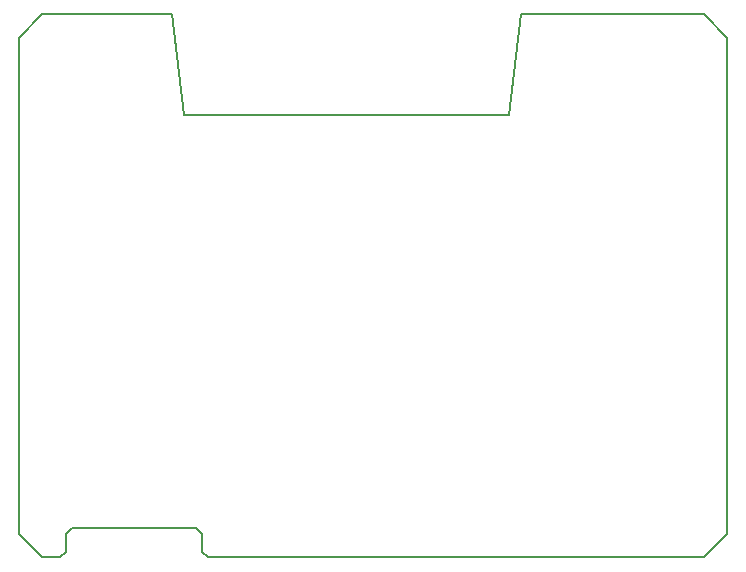
<source format=gm1>
G04 #@! TF.GenerationSoftware,KiCad,Pcbnew,(5.1.9)-1*
G04 #@! TF.CreationDate,2021-10-31T11:32:37+00:00*
G04 #@! TF.ProjectId,stepper_driver,73746570-7065-4725-9f64-72697665722e,rev?*
G04 #@! TF.SameCoordinates,Original*
G04 #@! TF.FileFunction,Profile,NP*
%FSLAX46Y46*%
G04 Gerber Fmt 4.6, Leading zero omitted, Abs format (unit mm)*
G04 Created by KiCad (PCBNEW (5.1.9)-1) date 2021-10-31 11:32:37*
%MOMM*%
%LPD*%
G01*
G04 APERTURE LIST*
G04 #@! TA.AperFunction,Profile*
%ADD10C,0.150000*%
G04 #@! TD*
G04 APERTURE END LIST*
D10*
X115300000Y-135300000D02*
X115300000Y-136800000D01*
X114800000Y-134800000D02*
X115300000Y-135300000D01*
X104300000Y-134800000D02*
X114800000Y-134800000D01*
X103800000Y-135300000D02*
X104300000Y-134800000D01*
X103800000Y-136800000D02*
X103800000Y-135300000D01*
X115800000Y-137300000D02*
X116200000Y-137300000D01*
X115300000Y-136800000D02*
X115800000Y-137300000D01*
X103300000Y-137300000D02*
X103800000Y-136800000D01*
X101800000Y-137300000D02*
X103300000Y-137300000D01*
X99800000Y-135300000D02*
X101800000Y-137300000D01*
X99800000Y-93300000D02*
X99800000Y-135300000D01*
X101800000Y-91300000D02*
X99800000Y-93300000D01*
X105800000Y-91300000D02*
X101800000Y-91300000D01*
X150700000Y-137300000D02*
X157800000Y-137300000D01*
X116200000Y-137300000D02*
X150700000Y-137300000D01*
X159800000Y-93300000D02*
X159800000Y-135300000D01*
X142300000Y-91300000D02*
X157800000Y-91300000D01*
X105800000Y-91300000D02*
X112800000Y-91300000D01*
X159800000Y-93300000D02*
X157800000Y-91300000D01*
X157800000Y-137300000D02*
X159800000Y-135300000D01*
X141300000Y-99800000D02*
X142300000Y-91300000D01*
X113800000Y-99800000D02*
X141300000Y-99800000D01*
X112800000Y-91300000D02*
X113800000Y-99800000D01*
M02*

</source>
